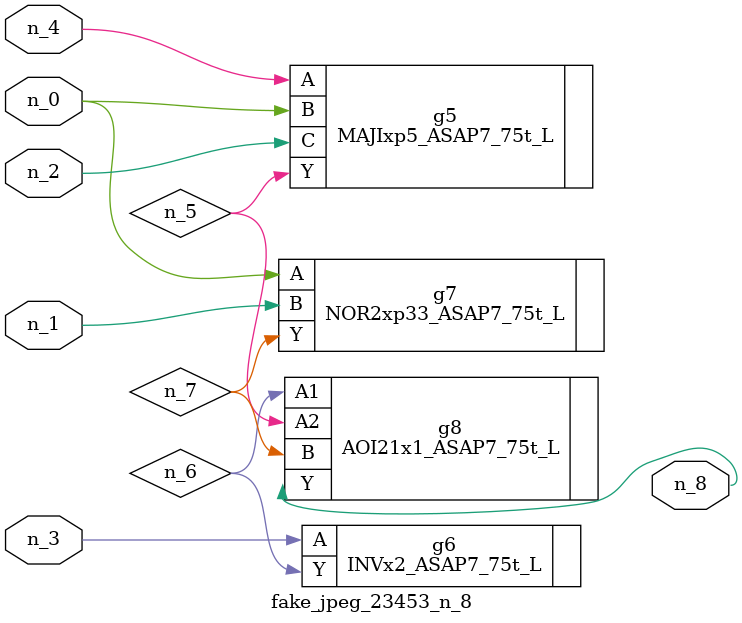
<source format=v>
module fake_jpeg_23453_n_8 (n_3, n_2, n_1, n_0, n_4, n_8);

input n_3;
input n_2;
input n_1;
input n_0;
input n_4;

output n_8;

wire n_6;
wire n_5;
wire n_7;

MAJIxp5_ASAP7_75t_L g5 ( 
.A(n_4),
.B(n_0),
.C(n_2),
.Y(n_5)
);

INVx2_ASAP7_75t_L g6 ( 
.A(n_3),
.Y(n_6)
);

NOR2xp33_ASAP7_75t_L g7 ( 
.A(n_0),
.B(n_1),
.Y(n_7)
);

AOI21x1_ASAP7_75t_L g8 ( 
.A1(n_6),
.A2(n_5),
.B(n_7),
.Y(n_8)
);


endmodule
</source>
